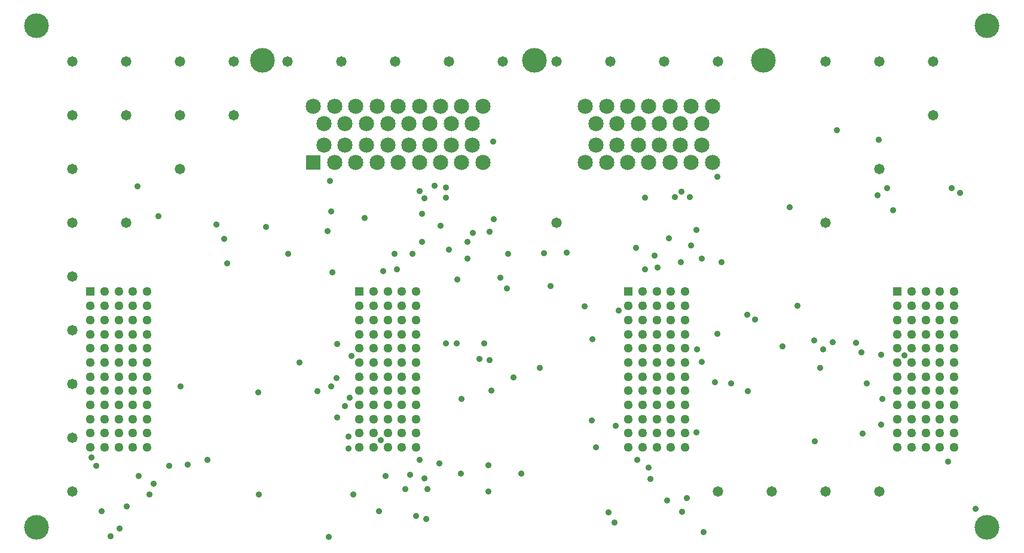
<source format=gbr>
%FSTAX23Y23*%
%MOIN*%
%SFA1B1*%

%IPPOS*%
%ADD13C,0.084770*%
%ADD14R,0.084770X0.084770*%
%ADD15C,0.137920*%
%ADD16C,0.138000*%
%ADD17C,0.050320*%
%ADD18R,0.050320X0.050320*%
%ADD19C,0.058000*%
%ADD20C,0.035560*%
%LNbackplane_soldermask_bot-1*%
%LPD*%
G54D13*
X03868Y0245D03*
X0375D03*
X03631D03*
X03513D03*
X03395D03*
X03277D03*
X03159D03*
X03809Y02351D03*
X0369D03*
X03572D03*
X03454D03*
X03336D03*
X03218D03*
X03809Y02233D03*
X0369D03*
X03572D03*
X03454D03*
X03336D03*
X03218D03*
X03868Y02135D03*
X0375D03*
X03631D03*
X03513D03*
X03395D03*
X03277D03*
X03159D03*
X02588Y0245D03*
X0247D03*
X02352D03*
X02234D03*
X02116D03*
X01998D03*
X01879D03*
X01761D03*
X01643D03*
X02529Y02351D03*
X02411D03*
X02293D03*
X02175D03*
X02057D03*
X01938D03*
X0182D03*
X01702D03*
X02529Y02233D03*
X02411D03*
X02293D03*
X02175D03*
X02057D03*
X01938D03*
X0182D03*
X01702D03*
X02588Y02135D03*
X0247D03*
X02352D03*
X02234D03*
X02116D03*
X01998D03*
X01879D03*
X01761D03*
G54D14*
X01643Y02135D03*
G54D15*
X04153Y02705D03*
X01358D03*
X02874D03*
G54D16*
X001Y029D03*
X054Y001D03*
Y029D03*
X001Y001D03*
G54D17*
X00557Y00545D03*
Y00625D03*
Y00704D03*
Y00782D03*
Y00862D03*
Y0094D03*
Y0102D03*
Y01099D03*
Y01177D03*
Y01257D03*
Y01335D03*
X00478Y00545D03*
Y00625D03*
Y00704D03*
Y00782D03*
Y00862D03*
Y0094D03*
Y0102D03*
Y01099D03*
Y01177D03*
Y01257D03*
Y01335D03*
Y01415D03*
X004Y00545D03*
Y00625D03*
Y00704D03*
Y00782D03*
Y00862D03*
Y0094D03*
Y0102D03*
Y01099D03*
Y01177D03*
Y01257D03*
Y01335D03*
X00557Y01415D03*
X00636D03*
Y0094D03*
Y00862D03*
Y00782D03*
Y00704D03*
Y00625D03*
Y00545D03*
Y0102D03*
Y01099D03*
Y01177D03*
Y01257D03*
Y01335D03*
X00714Y01415D03*
Y0094D03*
Y00862D03*
Y00782D03*
Y00704D03*
Y00625D03*
Y00545D03*
Y0102D03*
Y01099D03*
Y01177D03*
Y01257D03*
Y01335D03*
X049D03*
Y01257D03*
Y01177D03*
Y01099D03*
Y0102D03*
Y0094D03*
Y00862D03*
Y00782D03*
Y00704D03*
X04978Y01415D03*
Y01335D03*
Y01257D03*
Y01177D03*
Y01099D03*
Y0102D03*
Y0094D03*
Y00862D03*
Y00782D03*
Y00704D03*
X05057Y01415D03*
Y01335D03*
Y01257D03*
Y01177D03*
Y01099D03*
Y0102D03*
Y0094D03*
Y00862D03*
Y00782D03*
Y00704D03*
Y00625D03*
X05136Y01415D03*
Y01335D03*
Y01257D03*
Y01177D03*
Y01099D03*
Y0102D03*
Y00704D03*
Y00625D03*
Y00545D03*
X05214Y01415D03*
Y01335D03*
Y01257D03*
Y01177D03*
Y01099D03*
Y0102D03*
Y0094D03*
Y00862D03*
Y00545D03*
Y00625D03*
Y00704D03*
Y00782D03*
X05136D03*
Y00862D03*
Y0094D03*
X05057Y00545D03*
X04978D03*
Y00625D03*
X049Y00545D03*
Y00625D03*
X019D03*
Y00545D03*
X01978Y00625D03*
Y00545D03*
X02057D03*
X02136Y0094D03*
Y00862D03*
Y00782D03*
X02214D03*
Y00704D03*
Y00625D03*
Y00545D03*
Y00862D03*
Y0094D03*
Y0102D03*
Y01099D03*
Y01177D03*
Y01257D03*
Y01335D03*
Y01415D03*
X02136Y00545D03*
Y00625D03*
Y00704D03*
Y0102D03*
Y01099D03*
Y01177D03*
Y01257D03*
Y01335D03*
Y01415D03*
X02057Y00625D03*
Y00704D03*
Y00782D03*
Y00862D03*
Y0094D03*
Y0102D03*
Y01099D03*
Y01177D03*
Y01257D03*
Y01335D03*
Y01415D03*
X01978Y00704D03*
Y00782D03*
Y00862D03*
Y0094D03*
Y0102D03*
Y01099D03*
Y01177D03*
Y01257D03*
Y01335D03*
Y01415D03*
X019Y00704D03*
Y00782D03*
Y00862D03*
Y0094D03*
Y0102D03*
Y01099D03*
Y01177D03*
Y01257D03*
Y01335D03*
X034D03*
Y01257D03*
Y01177D03*
Y01099D03*
Y0102D03*
Y0094D03*
Y00862D03*
Y00782D03*
Y00704D03*
X03478Y01415D03*
Y01335D03*
Y01257D03*
Y01177D03*
Y01099D03*
Y0102D03*
Y0094D03*
Y00862D03*
Y00782D03*
Y00704D03*
X03557Y01415D03*
Y01335D03*
Y01257D03*
Y01177D03*
Y01099D03*
Y0102D03*
Y0094D03*
Y00862D03*
Y00782D03*
Y00704D03*
Y00625D03*
X03636Y01415D03*
Y01335D03*
Y01257D03*
Y01177D03*
Y01099D03*
Y0102D03*
Y00704D03*
Y00625D03*
Y00545D03*
X03714Y01415D03*
Y01335D03*
Y01257D03*
Y01177D03*
Y01099D03*
Y0102D03*
Y0094D03*
Y00862D03*
Y00545D03*
Y00625D03*
Y00704D03*
Y00782D03*
X03636D03*
Y00862D03*
Y0094D03*
X03557Y00545D03*
X03478D03*
Y00625D03*
X034Y00545D03*
Y00625D03*
G54D18*
X004Y01415D03*
X049D03*
X019D03*
X034D03*
G54D19*
X051Y027D03*
Y024D03*
X048Y027D03*
Y021D03*
Y003D03*
X045Y027D03*
Y018D03*
Y003D03*
X042D03*
X039Y027D03*
Y003D03*
X036Y027D03*
X033D03*
X03D03*
Y018D03*
X027Y027D03*
X024D03*
X021D03*
X018D03*
X015D03*
X012D03*
Y024D03*
X009Y027D03*
Y024D03*
Y021D03*
X006Y027D03*
Y024D03*
Y018D03*
X003Y027D03*
Y024D03*
Y021D03*
Y018D03*
Y015D03*
Y012D03*
Y009D03*
Y006D03*
Y003D03*
G54D20*
X00662Y02003D03*
X0494Y0106D03*
X03345Y0131D03*
X01855Y01055D03*
X0202Y00585D03*
X0262Y003D03*
X0184Y0054D03*
X02352Y01784D03*
X0225Y0185D03*
X032Y0115D03*
X02636Y00862D03*
X0444Y00579D03*
X01774Y00712D03*
X02966Y01447D03*
X04809Y00671D03*
X03778Y0063D03*
X03918Y01578D03*
X0293Y01628D03*
X02905Y00988D03*
X03741Y01941D03*
X03657Y01942D03*
X01818Y00776D03*
X02685Y01494D03*
X01749Y01521D03*
X01665Y00859D03*
X05336Y00203D03*
X04841Y01993D03*
X01774Y01123D03*
X0078Y01836D03*
X02154Y00314D03*
X01051Y00475D03*
X0201Y00188D03*
X00432Y00441D03*
X04728Y00901D03*
X03562Y0155D03*
X01144Y01708D03*
X02248Y01694D03*
X0265Y01819D03*
X02467Y00816D03*
X03194Y00696D03*
X01865Y00282D03*
X00728D03*
X01338D03*
X02618Y00446D03*
X00941Y00448D03*
X03809Y01599D03*
X03056Y01631D03*
X02759Y00935D03*
X03809Y01024D03*
X04807Y01063D03*
X01838Y00607D03*
X03447Y00475D03*
X03724Y00264D03*
X00461Y00188D03*
X03289Y00182D03*
X00405Y00489D03*
X03218Y00546D03*
X04065Y0086D03*
X05182Y00467D03*
X01335Y00853D03*
X037Y00185D03*
X02262Y00371D03*
X00752Y00344D03*
X04468Y00988D03*
X02625Y01031D03*
Y01748D03*
X01564Y0102D03*
X01721Y01751D03*
X0375Y01671D03*
X05201Y01991D03*
X03626Y01714D03*
X02501Y01691D03*
X04258Y01108D03*
X01734Y02031D03*
X02383Y01997D03*
X03491Y01939D03*
X02383D03*
X03896Y02057D03*
Y01178D03*
X0454Y01133D03*
X01163Y01573D03*
X02194Y01625D03*
X05248Y01965D03*
X04787Y01954D03*
X04104Y01258D03*
X03155Y01334D03*
X04341Y01335D03*
X04874Y01868D03*
X01743Y00887D03*
X00901D03*
X03322Y00126D03*
X04706Y00624D03*
X02045Y00386D03*
X00669D03*
X02344Y00457D03*
X00837Y00444D03*
X03781Y01094D03*
X04485D03*
X0378Y01759D03*
X02533Y01742D03*
X04561Y02315D03*
X02262Y01935D03*
X03696Y01974D03*
X02234Y01976D03*
X01743Y01864D03*
X04435Y01143D03*
X04298Y01887D03*
X01378Y01775D03*
X04061Y01287D03*
X03693Y0158D03*
X02729Y01627D03*
X02723Y01431D03*
X02318Y02007D03*
X03521Y00368D03*
X04815Y00815D03*
X03614Y00248D03*
X02235Y00475D03*
X02645Y02251D03*
X00562Y00092D03*
X03882Y00908D03*
X0228Y00313D03*
X00603Y00216D03*
X03546Y01615D03*
X02503Y01598D03*
X024Y0165D03*
X03441Y01659D03*
X02095Y01625D03*
X01501D03*
X02032Y01529D03*
X03492Y01539D03*
X02109Y01538D03*
X02445Y01482D03*
X03328Y00665D03*
X03511Y00433D03*
X01846Y00824D03*
X04794Y02261D03*
X01771Y00934D03*
X02182Y00391D03*
X03972Y00901D03*
X02383Y01127D03*
X02441D03*
X02594D03*
X02272Y00145D03*
X00512Y0005D03*
X04697Y01077D03*
X0257Y01038D03*
X04669Y01129D03*
X03819Y00071D03*
X0173Y00047D03*
X02214Y00162D03*
X02466Y004D03*
X02801D03*
X01102Y0179D03*
X01928Y01826D03*
M02*
</source>
